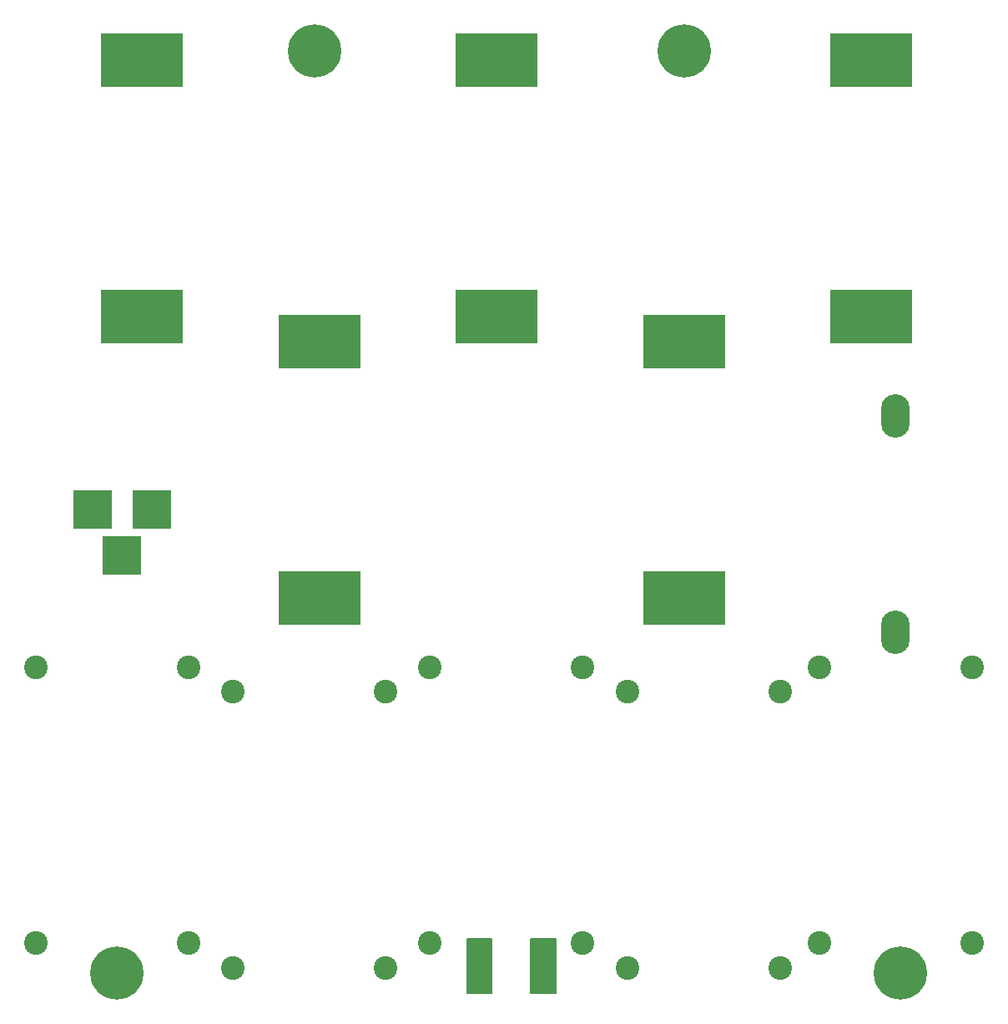
<source format=gbr>
G04 #@! TF.GenerationSoftware,KiCad,Pcbnew,(5.0.0)*
G04 #@! TF.CreationDate,2020-03-19T16:58:16-04:00*
G04 #@! TF.ProjectId,Grow_Lamp,47726F775F4C616D702E6B696361645F,rev?*
G04 #@! TF.SameCoordinates,Original*
G04 #@! TF.FileFunction,Soldermask,Top*
G04 #@! TF.FilePolarity,Negative*
%FSLAX46Y46*%
G04 Gerber Fmt 4.6, Leading zero omitted, Abs format (unit mm)*
G04 Created by KiCad (PCBNEW (5.0.0)) date 03/19/20 16:58:16*
%MOMM*%
%LPD*%
G01*
G04 APERTURE LIST*
%ADD10C,0.150000*%
%ADD11R,8.400000X5.400000*%
%ADD12C,2.400000*%
%ADD13O,2.900000X4.400000*%
%ADD14R,3.900000X3.900000*%
%ADD15C,5.400000*%
G04 APERTURE END LIST*
D10*
G36*
X136500000Y-154000000D02*
X138500000Y-154000000D01*
X138500000Y-148500000D01*
X136000000Y-148500000D01*
X136000000Y-154000000D01*
X136500000Y-154000000D01*
G37*
X136500000Y-154000000D02*
X138500000Y-154000000D01*
X138500000Y-148500000D01*
X136000000Y-148500000D01*
X136000000Y-154000000D01*
X136500000Y-154000000D01*
G36*
X143000000Y-154000000D02*
X145000000Y-154000000D01*
X145000000Y-148500000D01*
X142500000Y-148500000D01*
X142500000Y-154000000D01*
X143000000Y-154000000D01*
G37*
X143000000Y-154000000D02*
X145000000Y-154000000D01*
X145000000Y-148500000D01*
X142500000Y-148500000D01*
X142500000Y-154000000D01*
X143000000Y-154000000D01*
D11*
G04 #@! TO.C,D1*
X103000000Y-85500000D03*
X103000000Y-59500000D03*
G04 #@! TD*
G04 #@! TO.C,D2*
X121000000Y-88000000D03*
X121000000Y-114000000D03*
G04 #@! TD*
G04 #@! TO.C,D3*
X139000000Y-85500000D03*
X139000000Y-59500000D03*
G04 #@! TD*
G04 #@! TO.C,D4*
X158000000Y-88000000D03*
X158000000Y-114000000D03*
G04 #@! TD*
D12*
G04 #@! TO.C,U1*
X92250000Y-121000000D03*
X107750000Y-121000000D03*
X107750000Y-149000000D03*
X92250000Y-149000000D03*
G04 #@! TD*
G04 #@! TO.C,U2*
X112250000Y-151500000D03*
X127750000Y-151500000D03*
X127750000Y-123500000D03*
X112250000Y-123500000D03*
G04 #@! TD*
G04 #@! TO.C,U3*
X132250000Y-121000000D03*
X147750000Y-121000000D03*
X147750000Y-149000000D03*
X132250000Y-149000000D03*
G04 #@! TD*
G04 #@! TO.C,U4*
X152250000Y-151500000D03*
X167750000Y-151500000D03*
X167750000Y-123500000D03*
X152250000Y-123500000D03*
G04 #@! TD*
D11*
G04 #@! TO.C,D5*
X177000000Y-85500000D03*
X177000000Y-59500000D03*
G04 #@! TD*
D13*
G04 #@! TO.C,F1*
X179500000Y-117500000D03*
X179500000Y-95500000D03*
G04 #@! TD*
D14*
G04 #@! TO.C,J1*
X101000000Y-109700000D03*
X98000000Y-105000000D03*
X104000000Y-105000000D03*
G04 #@! TD*
D12*
G04 #@! TO.C,U5*
X171750000Y-121000000D03*
X187250000Y-121000000D03*
X187250000Y-149000000D03*
X171750000Y-149000000D03*
G04 #@! TD*
D15*
G04 #@! TO.C,MNT1*
X100500000Y-152000000D03*
G04 #@! TD*
G04 #@! TO.C,MNT2*
X180000000Y-152000000D03*
G04 #@! TD*
G04 #@! TO.C,MNT3*
X158000000Y-58500000D03*
G04 #@! TD*
G04 #@! TO.C,MNT4*
X120500000Y-58500000D03*
G04 #@! TD*
M02*

</source>
